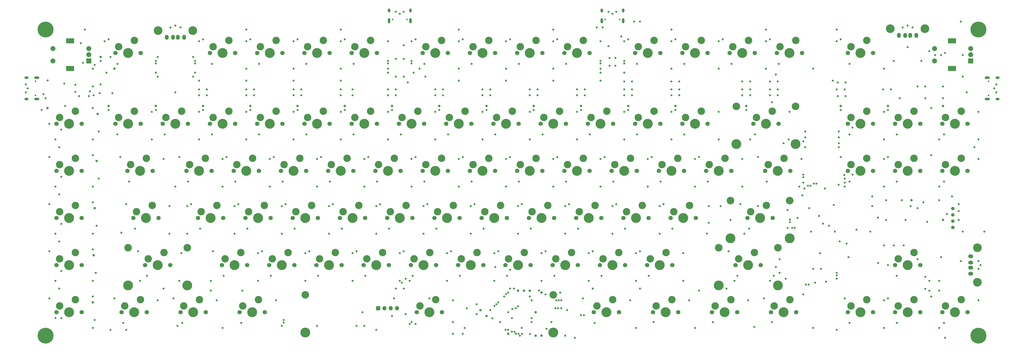
<source format=gts>
%TF.GenerationSoftware,KiCad,Pcbnew,(5.1.10)-1*%
%TF.CreationDate,2021-11-05T09:14:13-04:00*%
%TF.ProjectId,custom_keyboard (f103_ fe2.1),63757374-6f6d-45f6-9b65-79626f617264,rev?*%
%TF.SameCoordinates,Original*%
%TF.FileFunction,Soldermask,Top*%
%TF.FilePolarity,Negative*%
%FSLAX46Y46*%
G04 Gerber Fmt 4.6, Leading zero omitted, Abs format (unit mm)*
G04 Created by KiCad (PCBNEW (5.1.10)-1) date 2021-11-05 09:14:13*
%MOMM*%
%LPD*%
G01*
G04 APERTURE LIST*
%ADD10C,3.000000*%
%ADD11C,1.750000*%
%ADD12C,4.000000*%
%ADD13C,3.048000*%
%ADD14C,3.987800*%
%ADD15C,1.000000*%
%ADD16O,1.700000X1.700000*%
%ADD17R,1.700000X1.700000*%
%ADD18C,0.650000*%
%ADD19O,2.100000X1.000000*%
%ADD20O,1.600000X1.000000*%
%ADD21C,3.500000*%
%ADD22O,1.500000X2.000000*%
%ADD23O,1.000000X2.100000*%
%ADD24O,1.000000X1.600000*%
%ADD25O,2.000000X1.500000*%
%ADD26R,2.000000X2.000000*%
%ADD27C,2.000000*%
%ADD28R,3.200000X2.000000*%
%ADD29C,1.397000*%
%ADD30C,6.400000*%
%ADD31C,0.800000*%
G04 APERTURE END LIST*
D10*
%TO.C,MX84*%
X308114500Y-267952800D03*
X301764500Y-270492800D03*
D11*
X310654500Y-273032800D03*
X300494500Y-273032800D03*
D12*
X305574500Y-273032800D03*
%TD*%
D10*
%TO.C,MX14*%
X410501800Y-163184400D03*
X404151800Y-165724400D03*
D11*
X413041800Y-168264400D03*
X402881800Y-168264400D03*
D12*
X407961800Y-168264400D03*
%TD*%
D13*
%TO.C,MX64*%
X379421100Y-227950200D03*
X355545100Y-227950200D03*
D14*
X379421100Y-243190200D03*
X355545100Y-243190200D03*
D10*
X370023100Y-229855200D03*
X363673100Y-232395200D03*
D11*
X372563100Y-234935200D03*
X362403100Y-234935200D03*
D12*
X367483100Y-234935200D03*
%TD*%
D13*
%TO.C,MX83*%
X284135050Y-266073200D03*
D14*
X284135050Y-281313200D03*
D13*
X184135250Y-266073200D03*
D14*
X184135250Y-281313200D03*
D10*
X236681500Y-267952800D03*
X230331500Y-270492800D03*
D11*
X239221500Y-273032800D03*
X229061500Y-273032800D03*
D12*
X234141500Y-273032800D03*
%TD*%
D15*
%TO.C,BOOT1*%
X279382400Y-265095800D03*
%TD*%
%TO.C,BOOT0*%
X265889500Y-281763500D03*
%TD*%
D16*
%TO.C,J1*%
X221125300Y-271445400D03*
X218585300Y-271445400D03*
X216045300Y-271445400D03*
D17*
X213505300Y-271445400D03*
%TD*%
D15*
%TO.C,X2*%
X254777700Y-272239100D03*
%TD*%
%TO.C,X1*%
X257158800Y-274620200D03*
%TD*%
%TO.C,BKL5*%
X107149500Y-174614000D03*
%TD*%
%TO.C,5-7*%
X428598000Y-227791900D03*
%TD*%
%TO.C,1-4*%
X441297200Y-235728900D03*
%TD*%
%TO.C,ENCB2*%
X272239100Y-264302100D03*
%TD*%
%TO.C,COL1*%
X104768400Y-189694300D03*
%TD*%
%TO.C,COL2*%
X123817200Y-189694300D03*
%TD*%
%TO.C,COL14*%
X361927200Y-189694300D03*
%TD*%
%TO.C,KSDA1*%
X277001300Y-282557200D03*
%TD*%
%TO.C,KSCL1*%
X279382400Y-282557200D03*
%TD*%
%TO.C,BKL3*%
X277001300Y-273032800D03*
%TD*%
%TO.C,COL11*%
X295256400Y-189694300D03*
%TD*%
%TO.C,COL10*%
X276207600Y-189694300D03*
%TD*%
%TO.C,COL9*%
X257158800Y-189694300D03*
%TD*%
%TO.C,COL8*%
X238110000Y-189694300D03*
%TD*%
%TO.C,COL7*%
X219061200Y-189694300D03*
%TD*%
%TO.C,COL6*%
X200012400Y-189694300D03*
%TD*%
%TO.C,COL5*%
X180963600Y-189694300D03*
%TD*%
%TO.C,COL4*%
X161914800Y-189694300D03*
%TD*%
%TO.C,ENCB1*%
X274620200Y-264302100D03*
%TD*%
%TO.C,ENCA1*%
X269858000Y-264302100D03*
%TD*%
%TO.C,COL17*%
X441297200Y-189694300D03*
%TD*%
%TO.C,COL16*%
X419073600Y-189694300D03*
%TD*%
%TO.C,COL15*%
X400024800Y-189694300D03*
%TD*%
%TO.C,ROW0*%
X101593600Y-169851800D03*
%TD*%
%TO.C,ROW1*%
X100403050Y-192869100D03*
%TD*%
%TO.C,ROW2*%
X100006200Y-211917900D03*
%TD*%
%TO.C,ROW3*%
X99212500Y-230966700D03*
%TD*%
%TO.C,ROW4*%
X98815650Y-250015500D03*
%TD*%
%TO.C,ROW5*%
X98418800Y-269064300D03*
%TD*%
%TO.C,COL0*%
X80163700Y-190488000D03*
%TD*%
%TO.C,COL3*%
X142866000Y-189694300D03*
%TD*%
%TO.C,COL13*%
X333354000Y-189694300D03*
%TD*%
%TO.C,COL12*%
X314305200Y-189694300D03*
%TD*%
D10*
%TO.C,MX7*%
X258111400Y-163184400D03*
X251761400Y-165724400D03*
D11*
X260651400Y-168264400D03*
X250491400Y-168264400D03*
D12*
X255571400Y-168264400D03*
%TD*%
D10*
%TO.C,MX6*%
X239062600Y-163184400D03*
X232712600Y-165724400D03*
D11*
X241602600Y-168264400D03*
X231442600Y-168264400D03*
D12*
X236522600Y-168264400D03*
%TD*%
D18*
%TO.C,USB2*%
X75301900Y-179661000D03*
X75301900Y-185441000D03*
D19*
X75831900Y-186871000D03*
X75831900Y-178231000D03*
D20*
X71651900Y-186871000D03*
X71651900Y-178231000D03*
%TD*%
D21*
%TO.C,USB3*%
X124754200Y-159204800D03*
D22*
X135254200Y-161914800D03*
X132754200Y-161914800D03*
X130754200Y-161914800D03*
D21*
X138754200Y-159204800D03*
D22*
X128254200Y-161914800D03*
%TD*%
D21*
%TO.C,USB6*%
X420010600Y-158411100D03*
D22*
X430510600Y-161121100D03*
X428010600Y-161121100D03*
X426010600Y-161121100D03*
D21*
X434010600Y-158411100D03*
D22*
X423510600Y-161121100D03*
%TD*%
D10*
%TO.C,MX78*%
X429550600Y-248904000D03*
X423200600Y-251444000D03*
D11*
X432090600Y-253984000D03*
X421930600Y-253984000D03*
D12*
X427010600Y-253984000D03*
%TD*%
D10*
%TO.C,MX19*%
X172391800Y-191757600D03*
X166041800Y-194297600D03*
D11*
X174931800Y-196837600D03*
X164771800Y-196837600D03*
D12*
X169851800Y-196837600D03*
%TD*%
D18*
%TO.C,USB1*%
X225126000Y-154671900D03*
X219346000Y-154671900D03*
D23*
X217916000Y-155201900D03*
X226556000Y-155201900D03*
D24*
X217916000Y-151021900D03*
X226556000Y-151021900D03*
%TD*%
D21*
%TO.C,USB4*%
X455119000Y-246984000D03*
D25*
X452409000Y-257484000D03*
X452409000Y-254984000D03*
X452409000Y-252984000D03*
D21*
X455119000Y-260984000D03*
D25*
X452409000Y-250484000D03*
%TD*%
D10*
%TO.C,MX32*%
X448599400Y-191757600D03*
X442249400Y-194297600D03*
D11*
X451139400Y-196837600D03*
X440979400Y-196837600D03*
D12*
X446059400Y-196837600D03*
%TD*%
D18*
%TO.C,USB7*%
X459651900Y-185441000D03*
X459651900Y-179661000D03*
D19*
X459121900Y-178231000D03*
X459121900Y-186871000D03*
D20*
X463301900Y-178231000D03*
X463301900Y-186871000D03*
%TD*%
D26*
%TO.C,ROT1*%
X96831400Y-171439200D03*
D27*
X96831400Y-168939200D03*
X96831400Y-166439200D03*
D28*
X89331400Y-174539200D03*
X89331400Y-163339200D03*
D27*
X82331400Y-171439200D03*
X82331400Y-166439200D03*
%TD*%
D26*
%TO.C,ROT2*%
X452409000Y-171439200D03*
D27*
X452409000Y-168939200D03*
X452409000Y-166439200D03*
D28*
X444909000Y-174539200D03*
X444909000Y-163339200D03*
D27*
X437909000Y-171439200D03*
X437909000Y-166439200D03*
%TD*%
D18*
%TO.C,USB5*%
X310845600Y-154671900D03*
X305065600Y-154671900D03*
D23*
X303635600Y-155201900D03*
X312275600Y-155201900D03*
D24*
X303635600Y-151021900D03*
X312275600Y-151021900D03*
%TD*%
D29*
%TO.C,OL1*%
X445265700Y-238745200D03*
X445265700Y-236205200D03*
X445265700Y-233665200D03*
X445265700Y-231125200D03*
%TD*%
D10*
%TO.C,MX1*%
X115245400Y-163184400D03*
X108895400Y-165724400D03*
D11*
X117785400Y-168264400D03*
X107625400Y-168264400D03*
D12*
X112705400Y-168264400D03*
%TD*%
D10*
%TO.C,MX2*%
X153343000Y-163184400D03*
X146993000Y-165724400D03*
D11*
X155883000Y-168264400D03*
X145723000Y-168264400D03*
D12*
X150803000Y-168264400D03*
%TD*%
D10*
%TO.C,MX3*%
X172391800Y-163184400D03*
X166041800Y-165724400D03*
D11*
X174931800Y-168264400D03*
X164771800Y-168264400D03*
D12*
X169851800Y-168264400D03*
%TD*%
D10*
%TO.C,MX4*%
X191440600Y-163184400D03*
X185090600Y-165724400D03*
D11*
X193980600Y-168264400D03*
X183820600Y-168264400D03*
D12*
X188900600Y-168264400D03*
%TD*%
D10*
%TO.C,MX5*%
X210489400Y-163184400D03*
X204139400Y-165724400D03*
D11*
X213029400Y-168264400D03*
X202869400Y-168264400D03*
D12*
X207949400Y-168264400D03*
%TD*%
D10*
%TO.C,MX8*%
X277160200Y-163184400D03*
X270810200Y-165724400D03*
D11*
X279700200Y-168264400D03*
X269540200Y-168264400D03*
D12*
X274620200Y-168264400D03*
%TD*%
D10*
%TO.C,MX9*%
X296209000Y-163184400D03*
X289859000Y-165724400D03*
D11*
X298749000Y-168264400D03*
X288589000Y-168264400D03*
D12*
X293669000Y-168264400D03*
%TD*%
D10*
%TO.C,MX10*%
X324782200Y-163184400D03*
X318432200Y-165724400D03*
D11*
X327322200Y-168264400D03*
X317162200Y-168264400D03*
D12*
X322242200Y-168264400D03*
%TD*%
D10*
%TO.C,MX11*%
X343831000Y-163184400D03*
X337481000Y-165724400D03*
D11*
X346371000Y-168264400D03*
X336211000Y-168264400D03*
D12*
X341291000Y-168264400D03*
%TD*%
D10*
%TO.C,MX12*%
X362879800Y-163184400D03*
X356529800Y-165724400D03*
D11*
X365419800Y-168264400D03*
X355259800Y-168264400D03*
D12*
X360339800Y-168264400D03*
%TD*%
D10*
%TO.C,MX13*%
X381928600Y-163184400D03*
X375578600Y-165724400D03*
D11*
X384468600Y-168264400D03*
X374308600Y-168264400D03*
D12*
X379388600Y-168264400D03*
%TD*%
D10*
%TO.C,MX15*%
X91434400Y-191757600D03*
X85084400Y-194297600D03*
D11*
X93974400Y-196837600D03*
X83814400Y-196837600D03*
D12*
X88894400Y-196837600D03*
%TD*%
D10*
%TO.C,MX16*%
X115245400Y-191757600D03*
X108895400Y-194297600D03*
D11*
X117785400Y-196837600D03*
X107625400Y-196837600D03*
D12*
X112705400Y-196837600D03*
%TD*%
D10*
%TO.C,MX17*%
X134294200Y-191757600D03*
X127944200Y-194297600D03*
D11*
X136834200Y-196837600D03*
X126674200Y-196837600D03*
D12*
X131754200Y-196837600D03*
%TD*%
D10*
%TO.C,MX18*%
X153343000Y-191757600D03*
X146993000Y-194297600D03*
D11*
X155883000Y-196837600D03*
X145723000Y-196837600D03*
D12*
X150803000Y-196837600D03*
%TD*%
D10*
%TO.C,MX20*%
X191440600Y-191757600D03*
X185090600Y-194297600D03*
D11*
X193980600Y-196837600D03*
X183820600Y-196837600D03*
D12*
X188900600Y-196837600D03*
%TD*%
D10*
%TO.C,MX21*%
X210489400Y-191757600D03*
X204139400Y-194297600D03*
D11*
X213029400Y-196837600D03*
X202869400Y-196837600D03*
D12*
X207949400Y-196837600D03*
%TD*%
D10*
%TO.C,MX22*%
X229538200Y-191757600D03*
X223188200Y-194297600D03*
D11*
X232078200Y-196837600D03*
X221918200Y-196837600D03*
D12*
X226998200Y-196837600D03*
%TD*%
D10*
%TO.C,MX23*%
X248587000Y-191757600D03*
X242237000Y-194297600D03*
D11*
X251127000Y-196837600D03*
X240967000Y-196837600D03*
D12*
X246047000Y-196837600D03*
%TD*%
D10*
%TO.C,MX24*%
X267635800Y-191757600D03*
X261285800Y-194297600D03*
D11*
X270175800Y-196837600D03*
X260015800Y-196837600D03*
D12*
X265095800Y-196837600D03*
%TD*%
D10*
%TO.C,MX25*%
X286684600Y-191757600D03*
X280334600Y-194297600D03*
D11*
X289224600Y-196837600D03*
X279064600Y-196837600D03*
D12*
X284144600Y-196837600D03*
%TD*%
D10*
%TO.C,MX26*%
X305733400Y-191757600D03*
X299383400Y-194297600D03*
D11*
X308273400Y-196837600D03*
X298113400Y-196837600D03*
D12*
X303193400Y-196837600D03*
%TD*%
D10*
%TO.C,MX27*%
X324782200Y-191757600D03*
X318432200Y-194297600D03*
D11*
X327322200Y-196837600D03*
X317162200Y-196837600D03*
D12*
X322242200Y-196837600D03*
%TD*%
D10*
%TO.C,MX28*%
X343831000Y-191757600D03*
X337481000Y-194297600D03*
D11*
X346371000Y-196837600D03*
X336211000Y-196837600D03*
D12*
X341291000Y-196837600D03*
%TD*%
D13*
%TO.C,MX29*%
X381802200Y-189852600D03*
D14*
X381802200Y-205092600D03*
X357926200Y-205092600D03*
D13*
X357926200Y-189852600D03*
D10*
X372404200Y-191757600D03*
X366054200Y-194297600D03*
D11*
X374944200Y-196837600D03*
X364784200Y-196837600D03*
D12*
X369864200Y-196837600D03*
%TD*%
D10*
%TO.C,MX30*%
X410501800Y-191757600D03*
X404151800Y-194297600D03*
D11*
X413041800Y-196837600D03*
X402881800Y-196837600D03*
D12*
X407961800Y-196837600D03*
%TD*%
D10*
%TO.C,MX31*%
X429550600Y-191757600D03*
X423200600Y-194297600D03*
D11*
X432090600Y-196837600D03*
X421930600Y-196837600D03*
D12*
X427010600Y-196837600D03*
%TD*%
D10*
%TO.C,MX33*%
X91434400Y-210806400D03*
X85084400Y-213346400D03*
D11*
X93974400Y-215886400D03*
X83814400Y-215886400D03*
D12*
X88894400Y-215886400D03*
%TD*%
D10*
%TO.C,MX34*%
X120007600Y-210806400D03*
X113657600Y-213346400D03*
D11*
X122547600Y-215886400D03*
X112387600Y-215886400D03*
D12*
X117467600Y-215886400D03*
%TD*%
D10*
%TO.C,MX35*%
X143818600Y-210806400D03*
X137468600Y-213346400D03*
D11*
X146358600Y-215886400D03*
X136198600Y-215886400D03*
D12*
X141278600Y-215886400D03*
%TD*%
D10*
%TO.C,MX36*%
X162867400Y-210806400D03*
X156517400Y-213346400D03*
D11*
X165407400Y-215886400D03*
X155247400Y-215886400D03*
D12*
X160327400Y-215886400D03*
%TD*%
D10*
%TO.C,MX37*%
X181916200Y-210806400D03*
X175566200Y-213346400D03*
D11*
X184456200Y-215886400D03*
X174296200Y-215886400D03*
D12*
X179376200Y-215886400D03*
%TD*%
D10*
%TO.C,MX38*%
X200965000Y-210806400D03*
X194615000Y-213346400D03*
D11*
X203505000Y-215886400D03*
X193345000Y-215886400D03*
D12*
X198425000Y-215886400D03*
%TD*%
D10*
%TO.C,MX39*%
X220013800Y-210806400D03*
X213663800Y-213346400D03*
D11*
X222553800Y-215886400D03*
X212393800Y-215886400D03*
D12*
X217473800Y-215886400D03*
%TD*%
D10*
%TO.C,MX40*%
X239062600Y-210806400D03*
X232712600Y-213346400D03*
D11*
X241602600Y-215886400D03*
X231442600Y-215886400D03*
D12*
X236522600Y-215886400D03*
%TD*%
D10*
%TO.C,MX41*%
X258111400Y-210806400D03*
X251761400Y-213346400D03*
D11*
X260651400Y-215886400D03*
X250491400Y-215886400D03*
D12*
X255571400Y-215886400D03*
%TD*%
D10*
%TO.C,MX42*%
X277160200Y-210806400D03*
X270810200Y-213346400D03*
D11*
X279700200Y-215886400D03*
X269540200Y-215886400D03*
D12*
X274620200Y-215886400D03*
%TD*%
D10*
%TO.C,MX43*%
X296209000Y-210806400D03*
X289859000Y-213346400D03*
D11*
X298749000Y-215886400D03*
X288589000Y-215886400D03*
D12*
X293669000Y-215886400D03*
%TD*%
D10*
%TO.C,MX45*%
X334306600Y-210806400D03*
X327956600Y-213346400D03*
D11*
X336846600Y-215886400D03*
X326686600Y-215886400D03*
D12*
X331766600Y-215886400D03*
%TD*%
D10*
%TO.C,MX46*%
X353355400Y-210806400D03*
X347005400Y-213346400D03*
D11*
X355895400Y-215886400D03*
X345735400Y-215886400D03*
D12*
X350815400Y-215886400D03*
%TD*%
D10*
%TO.C,MX48*%
X410501800Y-210806400D03*
X404151800Y-213346400D03*
D11*
X413041800Y-215886400D03*
X402881800Y-215886400D03*
D12*
X407961800Y-215886400D03*
%TD*%
D10*
%TO.C,MX49*%
X429550600Y-210806400D03*
X423200600Y-213346400D03*
D11*
X432090600Y-215886400D03*
X421930600Y-215886400D03*
D12*
X427010600Y-215886400D03*
%TD*%
D10*
%TO.C,MX51*%
X91434400Y-229855200D03*
X85084400Y-232395200D03*
D11*
X93974400Y-234935200D03*
X83814400Y-234935200D03*
D12*
X88894400Y-234935200D03*
%TD*%
D10*
%TO.C,MX52*%
X122388700Y-229855200D03*
X116038700Y-232395200D03*
D11*
X124928700Y-234935200D03*
X114768700Y-234935200D03*
D12*
X119848700Y-234935200D03*
%TD*%
D10*
%TO.C,MX53*%
X148522500Y-229855200D03*
X142172500Y-232395200D03*
D11*
X151062500Y-234935200D03*
X140902500Y-234935200D03*
D12*
X145982500Y-234935200D03*
%TD*%
D10*
%TO.C,MX54*%
X167629600Y-229855200D03*
X161279600Y-232395200D03*
D11*
X170169600Y-234935200D03*
X160009600Y-234935200D03*
D12*
X165089600Y-234935200D03*
%TD*%
D10*
%TO.C,MX55*%
X186678400Y-229855200D03*
X180328400Y-232395200D03*
D11*
X189218400Y-234935200D03*
X179058400Y-234935200D03*
D12*
X184138400Y-234935200D03*
%TD*%
D10*
%TO.C,MX56*%
X205727200Y-229855200D03*
X199377200Y-232395200D03*
D11*
X208267200Y-234935200D03*
X198107200Y-234935200D03*
D12*
X203187200Y-234935200D03*
%TD*%
D10*
%TO.C,MX57*%
X224776000Y-229855200D03*
X218426000Y-232395200D03*
D11*
X227316000Y-234935200D03*
X217156000Y-234935200D03*
D12*
X222236000Y-234935200D03*
%TD*%
D10*
%TO.C,MX59*%
X262873600Y-229855200D03*
X256523600Y-232395200D03*
D11*
X265413600Y-234935200D03*
X255253600Y-234935200D03*
D12*
X260333600Y-234935200D03*
%TD*%
D10*
%TO.C,MX60*%
X281922400Y-229855200D03*
X275572400Y-232395200D03*
D11*
X284462400Y-234935200D03*
X274302400Y-234935200D03*
D12*
X279382400Y-234935200D03*
%TD*%
D10*
%TO.C,MX61*%
X300971200Y-229855200D03*
X294621200Y-232395200D03*
D11*
X303511200Y-234935200D03*
X293351200Y-234935200D03*
D12*
X298431200Y-234935200D03*
%TD*%
D10*
%TO.C,MX63*%
X339068800Y-229855200D03*
X332718800Y-232395200D03*
D11*
X341608800Y-234935200D03*
X331448800Y-234935200D03*
D12*
X336528800Y-234935200D03*
%TD*%
D10*
%TO.C,MX65*%
X91434400Y-248904000D03*
X85084400Y-251444000D03*
D11*
X93974400Y-253984000D03*
X83814400Y-253984000D03*
D12*
X88894400Y-253984000D03*
%TD*%
D13*
%TO.C,MX66*%
X136548900Y-246999000D03*
X112672900Y-246999000D03*
D14*
X136548900Y-262239000D03*
X112672900Y-262239000D03*
D10*
X127150900Y-248904000D03*
X120800900Y-251444000D03*
D11*
X129690900Y-253984000D03*
X119530900Y-253984000D03*
D12*
X124610900Y-253984000D03*
%TD*%
D10*
%TO.C,MX67*%
X158105200Y-248904000D03*
X151755200Y-251444000D03*
D11*
X160645200Y-253984000D03*
X150485200Y-253984000D03*
D12*
X155565200Y-253984000D03*
%TD*%
D10*
%TO.C,MX68*%
X177154000Y-248904000D03*
X170804000Y-251444000D03*
D11*
X179694000Y-253984000D03*
X169534000Y-253984000D03*
D12*
X174614000Y-253984000D03*
%TD*%
D10*
%TO.C,MX69*%
X196202800Y-248904000D03*
X189852800Y-251444000D03*
D11*
X198742800Y-253984000D03*
X188582800Y-253984000D03*
D12*
X193662800Y-253984000D03*
%TD*%
D10*
%TO.C,MX70*%
X215251600Y-248904000D03*
X208901600Y-251444000D03*
D11*
X217791600Y-253984000D03*
X207631600Y-253984000D03*
D12*
X212711600Y-253984000D03*
%TD*%
D10*
%TO.C,MX71*%
X234300400Y-248904000D03*
X227950400Y-251444000D03*
D11*
X236840400Y-253984000D03*
X226680400Y-253984000D03*
D12*
X231760400Y-253984000D03*
%TD*%
D10*
%TO.C,MX72*%
X253349200Y-248904000D03*
X246999200Y-251444000D03*
D11*
X255889200Y-253984000D03*
X245729200Y-253984000D03*
D12*
X250809200Y-253984000D03*
%TD*%
D10*
%TO.C,MX73*%
X272398000Y-248904000D03*
X266048000Y-251444000D03*
D11*
X274938000Y-253984000D03*
X264778000Y-253984000D03*
D12*
X269858000Y-253984000D03*
%TD*%
D10*
%TO.C,MX74*%
X291446800Y-248904000D03*
X285096800Y-251444000D03*
D11*
X293986800Y-253984000D03*
X283826800Y-253984000D03*
D12*
X288906800Y-253984000D03*
%TD*%
D10*
%TO.C,MX75*%
X310495600Y-248904000D03*
X304145600Y-251444000D03*
D11*
X313035600Y-253984000D03*
X302875600Y-253984000D03*
D12*
X307955600Y-253984000D03*
%TD*%
D10*
%TO.C,MX76*%
X329544400Y-248904000D03*
X323194400Y-251444000D03*
D11*
X332084400Y-253984000D03*
X321924400Y-253984000D03*
D12*
X327004400Y-253984000D03*
%TD*%
%TO.C,MX77*%
X362720900Y-253984000D03*
D11*
X357640900Y-253984000D03*
X367800900Y-253984000D03*
D10*
X358910900Y-251444000D03*
X365260900Y-248904000D03*
D14*
X350814650Y-262239000D03*
X374690650Y-262239000D03*
D13*
X350814650Y-246999000D03*
X374690650Y-246999000D03*
%TD*%
D10*
%TO.C,MX79*%
X91434400Y-267952800D03*
X85084400Y-270492800D03*
D11*
X93974400Y-273032800D03*
X83814400Y-273032800D03*
D12*
X88894400Y-273032800D03*
%TD*%
D10*
%TO.C,MX80*%
X117626500Y-267952800D03*
X111276500Y-270492800D03*
D11*
X120166500Y-273032800D03*
X110006500Y-273032800D03*
D12*
X115086500Y-273032800D03*
%TD*%
D10*
%TO.C,MX81*%
X141437500Y-267952800D03*
X135087500Y-270492800D03*
D11*
X143977500Y-273032800D03*
X133817500Y-273032800D03*
D12*
X138897500Y-273032800D03*
%TD*%
D10*
%TO.C,MX82*%
X165248500Y-267952800D03*
X158898500Y-270492800D03*
D11*
X167788500Y-273032800D03*
X157628500Y-273032800D03*
D12*
X162708500Y-273032800D03*
%TD*%
D10*
%TO.C,MX85*%
X331925500Y-267952800D03*
X325575500Y-270492800D03*
D11*
X334465500Y-273032800D03*
X324305500Y-273032800D03*
D12*
X329385500Y-273032800D03*
%TD*%
D10*
%TO.C,MX86*%
X355736500Y-267952800D03*
X349386500Y-270492800D03*
D11*
X358276500Y-273032800D03*
X348116500Y-273032800D03*
D12*
X353196500Y-273032800D03*
%TD*%
D10*
%TO.C,MX89*%
X429550600Y-267952800D03*
X423200600Y-270492800D03*
D11*
X432090600Y-273032800D03*
X421930600Y-273032800D03*
D12*
X427010600Y-273032800D03*
%TD*%
D10*
%TO.C,MX47*%
X377166400Y-210806400D03*
X370816400Y-213346400D03*
D11*
X379706400Y-215886400D03*
X369546400Y-215886400D03*
D12*
X374626400Y-215886400D03*
%TD*%
D10*
%TO.C,MX44*%
X315257800Y-210806400D03*
X308907800Y-213346400D03*
D11*
X317797800Y-215886400D03*
X307637800Y-215886400D03*
D12*
X312717800Y-215886400D03*
%TD*%
D30*
%TO.C,H1*%
X79370000Y-158740000D03*
%TD*%
%TO.C,H2*%
X79370000Y-282557200D03*
%TD*%
%TO.C,H3*%
X455583800Y-158740000D03*
%TD*%
%TO.C,H4*%
X455583800Y-282557200D03*
%TD*%
D10*
%TO.C,MX88*%
X410501800Y-267952800D03*
X404151800Y-270492800D03*
D11*
X413041800Y-273032800D03*
X402881800Y-273032800D03*
D12*
X407961800Y-273032800D03*
%TD*%
D10*
%TO.C,MX87*%
X379547500Y-267952800D03*
X373197500Y-270492800D03*
D11*
X382087500Y-273032800D03*
X371927500Y-273032800D03*
D12*
X377007500Y-273032800D03*
%TD*%
D10*
%TO.C,MX50*%
X448599400Y-210806400D03*
X442249400Y-213346400D03*
D11*
X451139400Y-215886400D03*
X440979400Y-215886400D03*
D12*
X446059400Y-215886400D03*
%TD*%
D10*
%TO.C,MX90*%
X448599400Y-267952800D03*
X442249400Y-270492800D03*
D11*
X451139400Y-273032800D03*
X440979400Y-273032800D03*
D12*
X446059400Y-273032800D03*
%TD*%
D10*
%TO.C,MX58*%
X243824800Y-229855200D03*
X237474800Y-232395200D03*
D11*
X246364800Y-234935200D03*
X236204800Y-234935200D03*
D12*
X241284800Y-234935200D03*
%TD*%
D10*
%TO.C,MX62*%
X320020000Y-229855200D03*
X313670000Y-232395200D03*
D11*
X322560000Y-234935200D03*
X312400000Y-234935200D03*
D12*
X317480000Y-234935200D03*
%TD*%
D31*
X141675450Y-239300550D03*
X260333600Y-260333600D03*
X348434300Y-277001300D03*
X324623300Y-277001300D03*
X383357100Y-222236000D03*
X266683200Y-255968250D03*
X99212500Y-173026600D03*
X306765050Y-170248650D03*
X309146150Y-170248650D03*
X306765050Y-173423450D03*
X309146150Y-173423450D03*
X435741300Y-264302100D03*
X439709800Y-264302100D03*
X375420100Y-251602900D03*
X174614000Y-278588700D03*
X353990200Y-263508400D03*
X440503500Y-250809200D03*
X430979100Y-251602900D03*
X83338500Y-222236000D03*
X396850000Y-179376200D03*
X296050100Y-267476900D03*
X146040800Y-260333600D03*
X117467600Y-260333600D03*
X361133500Y-241284800D03*
X83338500Y-241284800D03*
X83338500Y-260333600D03*
X83338500Y-275413900D03*
X146040800Y-264302100D03*
X126992000Y-263508400D03*
X98418800Y-260333600D03*
X83338500Y-203187200D03*
X84925900Y-263508400D03*
X84925900Y-244459600D03*
X84925900Y-225410800D03*
X84925900Y-206362000D03*
X303193400Y-179376200D03*
X284144600Y-179376200D03*
X265095800Y-179376200D03*
X246047000Y-179376200D03*
X198425000Y-179376200D03*
X179376200Y-179376200D03*
X160327400Y-179376200D03*
X141278600Y-179376200D03*
X105562100Y-169851800D03*
X203584050Y-172629750D03*
X146437650Y-172629750D03*
X358355550Y-258349350D03*
X363117750Y-239300550D03*
X422645250Y-258349350D03*
X120245550Y-258349350D03*
X108340050Y-172629750D03*
X441694050Y-277398150D03*
X422645250Y-277398150D03*
X403596450Y-277398150D03*
X158343150Y-277398150D03*
X284541450Y-258349350D03*
X303590250Y-258349350D03*
X322639050Y-258349350D03*
X371451600Y-260333600D03*
X246443850Y-258349350D03*
X227395050Y-258349350D03*
X208346250Y-258349350D03*
X189297450Y-258349350D03*
X170248650Y-258349350D03*
X151199850Y-258349350D03*
X251206050Y-220251750D03*
X246047000Y-222236000D03*
X232157250Y-220251750D03*
X226998200Y-222236000D03*
X213108450Y-220251750D03*
X207949400Y-222236000D03*
X194059650Y-220251750D03*
X188900600Y-222236000D03*
X175010850Y-220251750D03*
X169851800Y-222236000D03*
X155962050Y-220251750D03*
X150803000Y-222236000D03*
X136913250Y-220251750D03*
X131754200Y-222236000D03*
X113102250Y-220251750D03*
X109927450Y-240887950D03*
X115483350Y-239300550D03*
X129373100Y-241284800D03*
X360339800Y-222236000D03*
X265095800Y-222236000D03*
X270254850Y-220251750D03*
X284144600Y-222236000D03*
X289303650Y-220251750D03*
X303193400Y-222236000D03*
X308352450Y-220251750D03*
X322242200Y-222236000D03*
X327401250Y-220251750D03*
X346450050Y-220251750D03*
X341291000Y-222236000D03*
X370261050Y-220251750D03*
X417486200Y-222236000D03*
X422645250Y-220251750D03*
X439709800Y-222236000D03*
X441694050Y-220251750D03*
X453996400Y-206362000D03*
X455583800Y-203187200D03*
X441694050Y-201202950D03*
X439709800Y-203187200D03*
X422645250Y-201202950D03*
X417486200Y-203187200D03*
X146437650Y-201202950D03*
X378991750Y-203187200D03*
X365498850Y-201202950D03*
X350815400Y-203187200D03*
X336925650Y-201202950D03*
X331766600Y-203187200D03*
X317876850Y-201202950D03*
X312717800Y-203187200D03*
X298828050Y-201202950D03*
X293669000Y-203187200D03*
X279779250Y-201202950D03*
X274620200Y-203187200D03*
X260730450Y-201202950D03*
X255571400Y-203187200D03*
X241681650Y-201202950D03*
X236522600Y-203187200D03*
X222632850Y-201202950D03*
X203584050Y-201202950D03*
X217473800Y-203187200D03*
X198425000Y-203187200D03*
X184535250Y-201202950D03*
X179376200Y-203187200D03*
X165486450Y-201202950D03*
X160327400Y-203187200D03*
X141278600Y-203187200D03*
X127388850Y-201202950D03*
X122229800Y-203187200D03*
X108340050Y-201202950D03*
X403596450Y-172629750D03*
X375023250Y-172629750D03*
X198425000Y-174614000D03*
X184535250Y-172629750D03*
X179376200Y-174614000D03*
X165486450Y-172629750D03*
X160327400Y-174614000D03*
X331766600Y-174614000D03*
X317876850Y-172629750D03*
X350815400Y-174614000D03*
X336925650Y-172629750D03*
X369864200Y-174614000D03*
X355974450Y-172629750D03*
X284144600Y-174614000D03*
X289303650Y-172629750D03*
X265095800Y-174614000D03*
X270254850Y-172629750D03*
X251206050Y-172629750D03*
X232157250Y-172629750D03*
X246047000Y-174614000D03*
X110721150Y-277398150D03*
X134532150Y-277398150D03*
X373832700Y-254777700D03*
X160724250Y-239300550D03*
X179773050Y-239300550D03*
X198821850Y-239300550D03*
X217870650Y-239300550D03*
X236919450Y-239300550D03*
X255968250Y-239300550D03*
X275017050Y-239300550D03*
X294065850Y-239300550D03*
X313114650Y-239300550D03*
X332163450Y-239300550D03*
X403199600Y-250809200D03*
X439709800Y-279382400D03*
X417486200Y-279382400D03*
X388913000Y-279382400D03*
X365102000Y-278985550D03*
X341291000Y-279382400D03*
X317480000Y-279382400D03*
X150803000Y-279382400D03*
X98418800Y-279382400D03*
X98418800Y-222236000D03*
X346053200Y-241284800D03*
X327004400Y-241284800D03*
X307955600Y-241284800D03*
X288906800Y-241284800D03*
X269858000Y-241284800D03*
X250809200Y-241284800D03*
X231760400Y-241284800D03*
X212711600Y-241284800D03*
X193662800Y-241284800D03*
X174614000Y-241284800D03*
X155565200Y-241284800D03*
X136516400Y-241284800D03*
X98418800Y-241284800D03*
X133341600Y-260333600D03*
X165089600Y-260333600D03*
X336528800Y-260333600D03*
X317480000Y-260333600D03*
X298431200Y-260333600D03*
X222236000Y-260333600D03*
X203187200Y-260333600D03*
X184138400Y-260333600D03*
X246047000Y-158740000D03*
X284144600Y-158740000D03*
X160327400Y-158740000D03*
X198425000Y-158740000D03*
X331766600Y-158740000D03*
X369864200Y-158740000D03*
X398437400Y-158740000D03*
X438122400Y-169058100D03*
X384944500Y-203980900D03*
X357165000Y-260333600D03*
X395262600Y-238110000D03*
X230173000Y-174614000D03*
X412724000Y-230173000D03*
X411930300Y-240491100D03*
X402405900Y-245253300D03*
X417486200Y-246047000D03*
X421454700Y-246047000D03*
X425423200Y-246047000D03*
X415105100Y-253190300D03*
X433360200Y-228585600D03*
X288906800Y-282557200D03*
X442090900Y-283350900D03*
X79370000Y-186519500D03*
X80213900Y-179326000D03*
X303987100Y-157946300D03*
X406374400Y-239697400D03*
X434153900Y-186519500D03*
X441297200Y-186519500D03*
X423835800Y-186519500D03*
X434153900Y-181757300D03*
X447646800Y-235728900D03*
X435741300Y-260333600D03*
X439709800Y-260333600D03*
X228585600Y-277795000D03*
X243665900Y-277001300D03*
X363514600Y-203187200D03*
X98815650Y-185328950D03*
X372245300Y-277001300D03*
X87307000Y-189694300D03*
X427010600Y-165883300D03*
X289700500Y-272239100D03*
X316686300Y-155565200D03*
X448440500Y-155565200D03*
X447646800Y-229379300D03*
X442884600Y-233347800D03*
X439709800Y-227791900D03*
X447646800Y-232157250D03*
X283350900Y-277001300D03*
X265492650Y-258349350D03*
X274620200Y-266683200D03*
X269064300Y-271445400D03*
X265889500Y-273032800D03*
X98418800Y-203187200D03*
X388913000Y-174614000D03*
X266683200Y-263508400D03*
X280969800Y-265889500D03*
X224617100Y-273826500D03*
X219854900Y-267476900D03*
X389706700Y-261127300D03*
X403596450Y-220251750D03*
X403596450Y-201202950D03*
X355577600Y-235728900D03*
X366689400Y-230173000D03*
X404787000Y-217473800D03*
X404787000Y-198425000D03*
X262714700Y-277001300D03*
X397643700Y-240491100D03*
X85719600Y-218267500D03*
X85719600Y-199218700D03*
X85719600Y-237316300D03*
X85719600Y-256365100D03*
X85719600Y-275413900D03*
X241284800Y-260333600D03*
X275413900Y-277001300D03*
X286922550Y-265095800D03*
X448440500Y-252396600D03*
X247634400Y-281763500D03*
X243665900Y-281763500D03*
X260730450Y-254777700D03*
X188900600Y-278588700D03*
X204774600Y-278588700D03*
X220648600Y-170645500D03*
X220648600Y-177788800D03*
X223823400Y-177788800D03*
X223823400Y-170645500D03*
X86910150Y-180566750D03*
X92862900Y-185725800D03*
X223823400Y-165089600D03*
X226998200Y-163502200D03*
X303193400Y-174614000D03*
X217473800Y-174614000D03*
X449234200Y-169058100D03*
X279382400Y-260333600D03*
X226204500Y-260333600D03*
X424629500Y-227791900D03*
X281366650Y-279779250D03*
X207155700Y-273032800D03*
X219061200Y-274620200D03*
X412724000Y-226204500D03*
X388119300Y-240491100D03*
X444868850Y-226204500D03*
X391690950Y-249221800D03*
X132547900Y-278588700D03*
X232554100Y-177788800D03*
X124610900Y-169851800D03*
X124610900Y-177788800D03*
X138897500Y-169851800D03*
X138897500Y-177788800D03*
X131754200Y-184138400D03*
X430979100Y-181757300D03*
X122229800Y-192075400D03*
X141278600Y-192075400D03*
X160327400Y-192075400D03*
X179376200Y-192075400D03*
X198425000Y-192075400D03*
X217473800Y-192075400D03*
X236522600Y-192075400D03*
X255571400Y-192075400D03*
X274620200Y-192075400D03*
X293669000Y-192075400D03*
X312717800Y-192075400D03*
X331766600Y-192075400D03*
X350815400Y-192075400D03*
X379388600Y-192075400D03*
X300812300Y-277398150D03*
X292875300Y-283350900D03*
X384944500Y-265889500D03*
X417486200Y-174614000D03*
X234141500Y-267476900D03*
X441297200Y-181757300D03*
X97228250Y-183741550D03*
X98418800Y-181757300D03*
X141278600Y-182947850D03*
X144453400Y-182947850D03*
X141278600Y-185328950D03*
X144453400Y-185328950D03*
X163502200Y-185328950D03*
X160327400Y-185328950D03*
X160327400Y-182947850D03*
X163502200Y-182947850D03*
X182551000Y-182947850D03*
X182551000Y-185328950D03*
X179376200Y-185328950D03*
X179376200Y-182947850D03*
X217473800Y-185328950D03*
X220648600Y-185328950D03*
X239697400Y-185328950D03*
X236522600Y-185328950D03*
X258746200Y-185328950D03*
X255571400Y-185328950D03*
X277795000Y-185328950D03*
X296843800Y-185328950D03*
X274620200Y-185328950D03*
X293669000Y-185328950D03*
X331766600Y-185328950D03*
X315892600Y-185328950D03*
X334941400Y-185328950D03*
X312717800Y-185328950D03*
X360339800Y-185328950D03*
X363514600Y-185328950D03*
X371451600Y-185328950D03*
X374626400Y-185328950D03*
X217473800Y-182947850D03*
X220648600Y-182947850D03*
X236522600Y-182947850D03*
X239697400Y-182947850D03*
X255571400Y-182947850D03*
X277795000Y-182947850D03*
X274620200Y-182947850D03*
X258746200Y-182947850D03*
X296843800Y-182947850D03*
X293669000Y-182947850D03*
X312717800Y-182947850D03*
X334941400Y-182947850D03*
X315892600Y-182947850D03*
X331766600Y-182947850D03*
X360339800Y-182947850D03*
X363514600Y-182947850D03*
X371451600Y-182947850D03*
X374626400Y-182947850D03*
X402009050Y-185725800D03*
X398834250Y-185725800D03*
X402009050Y-180169900D03*
X398834250Y-180169900D03*
X374626400Y-179773050D03*
X331766600Y-179773050D03*
X371451600Y-179773050D03*
X315892600Y-179773050D03*
X334941400Y-179773050D03*
X312717800Y-179773050D03*
X360339800Y-179773050D03*
X363514600Y-179773050D03*
X398437400Y-182947850D03*
X401612200Y-182947850D03*
X420264150Y-182947850D03*
X417089350Y-182947850D03*
X394072050Y-260730450D03*
X392087800Y-255571400D03*
X388913000Y-255571400D03*
X198425000Y-185328950D03*
X203187200Y-185328950D03*
X198425000Y-182947850D03*
X203187200Y-182947850D03*
X101196750Y-184535250D03*
X106355800Y-184535250D03*
X378594900Y-231760400D03*
X384547650Y-225807650D03*
X387325600Y-230966700D03*
X378594900Y-238903700D03*
X346846900Y-230173000D03*
X346846900Y-236919450D03*
X351609100Y-230173000D03*
X243665900Y-268270600D03*
X417486200Y-192075400D03*
X150803000Y-211124200D03*
X169851800Y-211124200D03*
X188900600Y-211124200D03*
X207949400Y-211124200D03*
X226998200Y-211124200D03*
X246047000Y-211124200D03*
X265095800Y-211124200D03*
X284144600Y-211124200D03*
X303193400Y-211124200D03*
X322242200Y-211124200D03*
X341291000Y-211124200D03*
X360339800Y-211124200D03*
X417486200Y-211124200D03*
X455583800Y-192075400D03*
X455583800Y-211124200D03*
X141278600Y-163502200D03*
X160327400Y-163502200D03*
X179376200Y-163502200D03*
X198425000Y-163502200D03*
X217473800Y-163502200D03*
X246047000Y-163502200D03*
X265095800Y-163502200D03*
X284144600Y-163502200D03*
X303193400Y-163502200D03*
X312717800Y-163502200D03*
X331766600Y-163502200D03*
X350815400Y-163502200D03*
X369864200Y-163502200D03*
X398437400Y-163502200D03*
X136516400Y-230173000D03*
X155565200Y-230173000D03*
X174614000Y-230173000D03*
X193662800Y-230173000D03*
X212711600Y-230173000D03*
X231760400Y-230173000D03*
X250809200Y-230173000D03*
X269858000Y-230173000D03*
X288906800Y-230173000D03*
X307955600Y-230173000D03*
X327004400Y-230173000D03*
X317480000Y-249221800D03*
X298431200Y-249221800D03*
X279382400Y-249221800D03*
X260333600Y-249221800D03*
X241284800Y-249221800D03*
X222236000Y-249221800D03*
X203187200Y-249221800D03*
X184138400Y-249221800D03*
X165089600Y-249221800D03*
X134135300Y-249221800D03*
X129373100Y-230173000D03*
X126992000Y-211124200D03*
X384150800Y-211124200D03*
X124610900Y-268270600D03*
X148421900Y-268270600D03*
X172232900Y-268270600D03*
X338909900Y-268270600D03*
X362720900Y-268270600D03*
X417486200Y-268270600D03*
X455583800Y-268270600D03*
X315098900Y-268270600D03*
X98418800Y-266683200D03*
X98418800Y-247634400D03*
X98418800Y-228585600D03*
X98418800Y-209536800D03*
X98418800Y-190488000D03*
X103181000Y-163502200D03*
X95244000Y-158740000D03*
X336528800Y-249221800D03*
X399172300Y-221501100D03*
X428201150Y-230173000D03*
X430979100Y-230966700D03*
X249221800Y-271445400D03*
X253190300Y-269858000D03*
X253190300Y-273826500D03*
X418279900Y-227791900D03*
X382563400Y-234935200D03*
X399627950Y-244459600D03*
X414989297Y-234819397D03*
X418279900Y-235728900D03*
X434947600Y-236522600D03*
X267476900Y-275413900D03*
X267629898Y-271782800D03*
X397218900Y-229748200D03*
X391294100Y-234141500D03*
X426216900Y-235728900D03*
X129769950Y-157946300D03*
X133738450Y-157946300D03*
X425026350Y-157946300D03*
X428994850Y-157946300D03*
X222236000Y-152390400D03*
X220648600Y-151596700D03*
X223823400Y-151596700D03*
X306368200Y-151596700D03*
X309543000Y-151596700D03*
X427010600Y-157152600D03*
X462727100Y-180963600D03*
X462727100Y-184138400D03*
X71433000Y-184138400D03*
X71433000Y-180963600D03*
X455583800Y-255571400D03*
X455583800Y-252396600D03*
X461933400Y-182551000D03*
X307955600Y-152390400D03*
X131754200Y-157152600D03*
X72226700Y-182551000D03*
X456377500Y-253984000D03*
X258746200Y-272239100D03*
X123817200Y-191281700D03*
X133341600Y-210330500D03*
X138103800Y-229379300D03*
X130960500Y-267476900D03*
X259557769Y-275485740D03*
X146834500Y-248428100D03*
X107149500Y-267476900D03*
X116673900Y-248428100D03*
X111911700Y-229379300D03*
X109530600Y-210330500D03*
X104768400Y-191281700D03*
X104768400Y-162708500D03*
X248428100Y-279382400D03*
X166677000Y-248428100D03*
X157152600Y-229379300D03*
X152390400Y-210330500D03*
X142866000Y-191281700D03*
X142866000Y-162708500D03*
X158740000Y-264302100D03*
X260449403Y-270535897D03*
X100799900Y-219061200D03*
X384944500Y-217473800D03*
X269082394Y-281788020D03*
X401496397Y-217589603D03*
X375420100Y-257158800D03*
X99609350Y-257158800D03*
X270661666Y-282571206D03*
X398437400Y-257158800D03*
X421454700Y-171439200D03*
X101593600Y-171439200D03*
X226998200Y-171439200D03*
X217473800Y-171439200D03*
X432566500Y-171439200D03*
X123817200Y-171439200D03*
X139691200Y-171439200D03*
X303193400Y-171439200D03*
X312717800Y-171439200D03*
X264876846Y-280163449D03*
X100006200Y-238110000D03*
X270081897Y-281756422D03*
X175407700Y-276207600D03*
X99212500Y-276207600D03*
X226998200Y-277001300D03*
X271531898Y-281763500D03*
X373832700Y-176995100D03*
X372245300Y-188106900D03*
X399231100Y-206362000D03*
X385738200Y-206362000D03*
X401612200Y-222236000D03*
X385341350Y-223029700D03*
X434154726Y-263553870D03*
X434153900Y-258746200D03*
X80957400Y-210330500D03*
X80957400Y-229379300D03*
X80957400Y-248428100D03*
X80957400Y-267476900D03*
X80957400Y-196837600D03*
X274730350Y-281873650D03*
X161914800Y-162708500D03*
X161914800Y-191281700D03*
X171439200Y-210330500D03*
X176201400Y-229379300D03*
X185725800Y-248428100D03*
X261156511Y-269828789D03*
X204774600Y-248428100D03*
X195250200Y-229379300D03*
X190488000Y-210330500D03*
X180963600Y-191281700D03*
X180963600Y-162708500D03*
X261921000Y-269064300D03*
X223823400Y-248428100D03*
X214299000Y-229379300D03*
X209536800Y-210330500D03*
X200012400Y-191281700D03*
X200012400Y-162708500D03*
X223823400Y-263508400D03*
X264302100Y-266683200D03*
X242872200Y-248428100D03*
X233347800Y-229379300D03*
X228585600Y-210330500D03*
X219061200Y-191281700D03*
X228585600Y-162708500D03*
X265108451Y-265670546D03*
X261921000Y-248428100D03*
X252396600Y-229379300D03*
X247634400Y-210330500D03*
X238110000Y-191281700D03*
X247634400Y-162708500D03*
X265913884Y-265077857D03*
X267476900Y-280969800D03*
X268488619Y-280983387D03*
X94450300Y-172232900D03*
X440503500Y-169058100D03*
X93656600Y-164295900D03*
X386006900Y-261921000D03*
X296446950Y-274223350D03*
X387056900Y-261921000D03*
X295256400Y-274223350D03*
X207949400Y-278588700D03*
X436535000Y-190488000D03*
X436535000Y-209536800D03*
X436535000Y-266683200D03*
X284967503Y-271416197D03*
X419073600Y-267476900D03*
X419073600Y-210330500D03*
X419073600Y-191281700D03*
X419073600Y-253984000D03*
X286011820Y-271409324D03*
X100799900Y-200012400D03*
X265889500Y-280176100D03*
X399231100Y-200012400D03*
X385738200Y-200012400D03*
X280969800Y-248428100D03*
X271445400Y-229379300D03*
X266683200Y-210330500D03*
X257158800Y-191281700D03*
X266683200Y-162708500D03*
X268270600Y-263508400D03*
X285732000Y-162708500D03*
X276207600Y-191281700D03*
X285732000Y-210330500D03*
X290494200Y-229379300D03*
X300018600Y-248428100D03*
X300018600Y-263508400D03*
X319067400Y-248428100D03*
X309543000Y-229379300D03*
X304780800Y-210330500D03*
X295256400Y-191281700D03*
X314305200Y-162708500D03*
X319067400Y-263508400D03*
X278369746Y-264289449D03*
X333354000Y-162708500D03*
X314305200Y-191281700D03*
X323829600Y-210330500D03*
X328591800Y-229379300D03*
X285283210Y-268256179D03*
X342878400Y-210330500D03*
X333354000Y-191281700D03*
X352402800Y-162708500D03*
X342878400Y-264302100D03*
X286306746Y-268257949D03*
X354783900Y-248428100D03*
X359546100Y-229379300D03*
X361927200Y-191281700D03*
X366689400Y-210330500D03*
X371451600Y-162708500D03*
X369070500Y-267476900D03*
X287319400Y-268270600D03*
X287319400Y-271445400D03*
X401612200Y-267476900D03*
X400024800Y-162708500D03*
X400024800Y-191281700D03*
X400024800Y-210330500D03*
X442090900Y-168264400D03*
X98418800Y-174614000D03*
X123817200Y-172439203D03*
X139691200Y-172439203D03*
X226998200Y-172439203D03*
X217473800Y-172439203D03*
X303193400Y-172439203D03*
X312717800Y-172439203D03*
X399231100Y-202393500D03*
X385738200Y-202393500D03*
X384944500Y-218473803D03*
X401612200Y-219061200D03*
X373039000Y-258349350D03*
X398437400Y-258158803D03*
X175407700Y-277207603D03*
X226204500Y-277795000D03*
X91391303Y-181079403D03*
X91391303Y-184022597D03*
X457964900Y-240491100D03*
X449234200Y-240491100D03*
X319067400Y-155565200D03*
X301606000Y-157946300D03*
X435741300Y-167470700D03*
X78576300Y-184932100D03*
X77782600Y-191281700D03*
X377007500Y-204774600D03*
X217473800Y-176201400D03*
X393675200Y-223029700D03*
X377801200Y-259539900D03*
X392925200Y-237272600D03*
X96831400Y-185725800D03*
X101593600Y-180963600D03*
X399231100Y-204774600D03*
X303193400Y-176201400D03*
X312717800Y-176201400D03*
X123817200Y-176201400D03*
X139691200Y-176201400D03*
X225410800Y-180169900D03*
X223029700Y-261127300D03*
X220648600Y-263508400D03*
X224617100Y-259539900D03*
X401610405Y-220650395D03*
X227791900Y-176201400D03*
X384944500Y-220648600D03*
X398437400Y-259539900D03*
X398437400Y-280176100D03*
X271445400Y-279382400D03*
X275413900Y-275413900D03*
X269858000Y-270651700D03*
X275413900Y-268270600D03*
X212711600Y-280138480D03*
X103974700Y-176201400D03*
X111911700Y-280138480D03*
X105562100Y-280176100D03*
X311527250Y-161517950D03*
X306368200Y-165486450D03*
X450821600Y-184138400D03*
X449234200Y-177788800D03*
X379526000Y-235600750D03*
X387850600Y-221898600D03*
X390231700Y-221104900D03*
X381501000Y-238903700D03*
X379526000Y-236650750D03*
X386800600Y-221898600D03*
X389181700Y-221104900D03*
X380451000Y-238903700D03*
M02*

</source>
